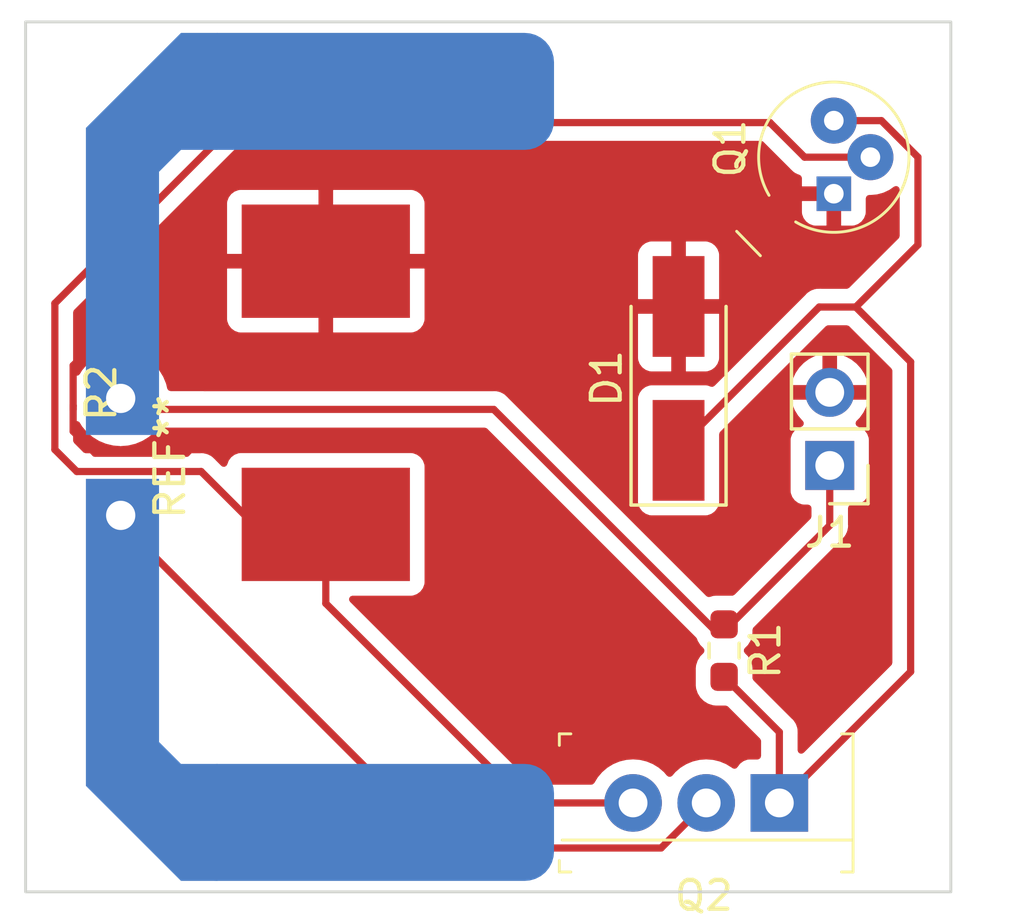
<source format=kicad_pcb>
(kicad_pcb (version 20211014) (generator pcbnew)
  (layers (0 "F.Cu" signal) (31 "B.Cu" signal) (34 "B.Paste" user) (35 "F.Paste" user) (36 "B.SilkS" user "B.Silkscreen") (37 "F.SilkS" user "F.Silkscreen") (38 "B.Mask" user) (39 "F.Mask" user) (44 "Edge.Cuts" user))
  (net 0 "")
  (net 1 "GND")
  (net 2 "Net-(Q1-Pad2)")
  (net 3 "Net-(D1-Pad1)")
  (net 4 "Net-(D2-Pad1)")
  (net 5 "+9VA")
  (footprint "digikey-footprints:TO-18-3" (layer "F.Cu") (at 151.892 92.583 90)
    (fp_text reference "Q1" (at 1.57 -3.6 90) (layer "F.SilkS"))
    (fp_text value "2N2222")
    (fp_line (start -2.155 -2.55) (end -1.305 -3.375) (layer "F.SilkS") (width 0.1))
    (fp_arc (start -0.055522 -2.249693) (mid 3.116581 1.846151) (end -0.98 -1.325) (layer "F.SilkS") (width 0.1))
    (pad "1" thru_hole rect locked (at 0 0 90) (size 1.2 1.2) (drill 0.68) (layers *.Cu *.Mask) (net 1 "GND"))
    (pad "2" thru_hole circle locked (at 1.27 1.27 90) (size 1.6 1.6) (drill 0.68) (layers *.Cu *.Mask) (net 2 "Net-(Q1-Pad2)"))
    (pad "3" thru_hole circle locked (at 2.54 0 90) (size 1.6 1.6) (drill 0.68) (layers *.Cu *.Mask) (net 3 "Net-(D1-Pad1)"))
  )
  (footprint "Diode_SMD:D_SMA_Handsoldering" (layer "F.Cu") (at 146.5 99 90)
    (fp_text reference "D1" (at 0 -2.5 90) (layer "F.SilkS"))
    (fp_text value "1N4733A")
    (fp_line (start -4.4 -1.65) (end -4.4 1.65) (layer "F.SilkS") (width 0.12))
    (fp_line (start -4.4 1.65) (end 2.5 1.65) (layer "F.SilkS") (width 0.12))
    (fp_line (start -4.4 -1.65) (end 2.5 -1.65) (layer "F.SilkS") (width 0.12))
    (pad "1" smd rect locked (at -2.5 0 90) (size 3.5 1.8) (layers "F.Cu" "F.Paste" "F.Mask") (net 3 "Net-(D1-Pad1)"))
    (pad "2" smd rect locked (at 2.5 0 90) (size 3.5 1.8) (layers "F.Cu" "F.Paste" "F.Mask") (net 1 "GND"))
  )
  (footprint "Resistor_SMD:Resistor-WSC000249R90FEB" (layer "F.Cu") (at 134.25 99.5 90)
    (fp_text reference "R2" (at 0 -7.8 90 unlocked) (layer "F.SilkS"))
    (fp_text value "49.9R")
    (pad "1" smd rect (at -4.572 0 90) (size 3.937 5.842) (layers "F.Cu" "F.Paste" "F.Mask") (net 2 "Net-(Q1-Pad2)"))
    (pad "2" smd rect (at 4.572 0 90) (size 3.937 5.842) (layers "F.Cu" "F.Paste" "F.Mask") (net 1 "GND"))
  )
  (footprint "digikey-footprints:TO-220-3" (layer "F.Cu") (at 150 113.75 180)
    (fp_text reference "Q2" (at 2.62 -3.22) (layer "F.SilkS"))
    (fp_text value "FQP27P06")
    (fp_line (start -2.56 2.4) (end -2.16 2.4) (layer "F.SilkS") (width 0.1))
    (fp_line (start 7.64 2.4) (end 7.24 2.4) (layer "F.SilkS") (width 0.1))
    (fp_line (start -2.56 -1.29) (end 7.54 -1.29) (layer "F.SilkS") (width 0.1))
    (fp_line (start -2.56 2.4) (end -2.56 -2) (layer "F.SilkS") (width 0.1))
    (fp_line (start 7.64 -2.4) (end 7.64 -2) (layer "F.SilkS") (width 0.1))
    (fp_line (start -2.56 -2.4) (end -2.56 -2) (layer "F.SilkS") (width 0.1))
    (fp_line (start -2.56 -2.4) (end -2.16 -2.4) (layer "F.SilkS") (width 0.1))
    (fp_line (start 7.24 -2.4) (end 7.64 -2.4) (layer "F.SilkS") (width 0.1))
    (fp_line (start 7.64 2.4) (end 7.64 2) (layer "F.SilkS") (width 0.1))
    (pad "1" thru_hole rect locked (at 0 0 180) (size 2 2) (drill 1) (layers *.Cu *.Mask) (net 3 "Net-(D1-Pad1)"))
    (pad "2" thru_hole circle locked (at 2.54 0 180) (size 2 2) (drill 1) (layers *.Cu *.Mask) (net 4 "Net-(D2-Pad1)"))
    (pad "3" thru_hole circle locked (at 5.08 0 180) (size 2 2) (drill 1) (layers *.Cu *.Mask) (net 2 "Net-(Q1-Pad2)"))
  )
  (footprint "Resistor_SMD:R_0603_1608Metric_Pad0.98x0.95mm_HandSolder" (layer "F.Cu") (at 148.082 108.458 -90)
    (fp_text reference "R1" (at 0 -1.43 90) (layer "F.SilkS"))
    (fp_text value "FQP50N06L")
    (fp_line (start -0.254724 -0.5225) (end 0.254724 -0.5225) (layer "F.SilkS") (width 0.12))
    (fp_line (start -0.254724 0.5225) (end 0.254724 0.5225) (layer "F.SilkS") (width 0.12))
    (pad "1" smd roundrect locked (at -0.9125 0 270) (size 0.975 0.95) (layers "F.Cu" "F.Paste" "F.Mask") (net 5 "+9VA"))
    (pad "2" smd roundrect locked (at 0.9125 0 270) (size 0.975 0.95) (layers "F.Cu" "F.Paste" "F.Mask") (net 3 "Net-(D1-Pad1)"))
  )
  (footprint "Connector_PinHeader_2.54mm:PinHeader_1x02_P2.54mm_Vertical" (layer "F.Cu") (at 151.75 102.025 180)
    (fp_text reference "J1" (at 0 -2.33) (layer "F.SilkS"))
    (fp_text value "Conn_01x02_Male")
    (fp_line (start 1.33 1.27) (end 1.33 3.87) (layer "F.SilkS") (width 0.12))
    (fp_line (start -1.33 0) (end -1.33 -1.33) (layer "F.SilkS") (width 0.12))
    (fp_line (start -1.33 3.87) (end 1.33 3.87) (layer "F.SilkS") (width 0.12))
    (fp_line (start -1.33 1.27) (end -1.33 3.87) (layer "F.SilkS") (width 0.12))
    (fp_line (start -1.33 -1.33) (end 0 -1.33) (layer "F.SilkS") (width 0.12))
    (fp_line (start -1.33 1.27) (end 1.33 1.27) (layer "F.SilkS") (width 0.12))
    (pad "1" thru_hole rect locked (at 0 0 180) (size 1.7 1.7) (drill 1) (layers *.Cu *.Mask) (net 5 "+9VA"))
    (pad "2" thru_hole oval locked (at 0 2.54 180) (size 1.7 1.7) (drill 1) (layers *.Cu *.Mask) (net 1 "GND"))
  )
  (footprint "LED_THT:Chanzon_LED" (layer "F.Cu") (at 139.126999 101.727 90)
    (fp_text reference "REF**" (at 0 -10.287 90 unlocked) (layer "F.SilkS"))
    (fp_text value "Chanzon_LED")
    (fp_poly (pts (xy 0.762 -10.668) (xy 9.906 -10.668) (xy 10.668 -9.906) (xy 10.668 -8.636) (xy 14.732 -8.636) (xy 14.732 -9.906) (xy 11.43 -13.208) (xy 0.762 -13.208)) (layer "B.Cu") (width 0) (fill solid))
    (fp_poly (pts (xy -0.762 -10.668) (xy -9.906 -10.668) (xy -10.668 -9.906) (xy -10.668 -8.636) (xy -14.732 -8.636) (xy -14.732 -9.906) (xy -11.43 -13.208) (xy -0.762 -13.208)) (layer "B.Cu") (width 0) (fill solid))
    (pad "1" thru_hole circle (at 2.032 -11.999999) (size 2.286 2.286) (drill 1.016) (layers *.Cu *.Mask) (net 5 "+9VA"))
    (pad "1" smd roundrect (at 12.7 -3.301998 270) (size 4.064 12.7) (layers "B.Cu" "B.Paste" "B.Mask") (net 5 "+9VA"))
    (pad "2" smd roundrect (at -12.7 -3.301998 270) (size 4.064 12.7) (layers "B.Cu" "B.Paste" "B.Mask") (net 4 "Net-(D2-Pad1)"))
    (pad "2" thru_hole circle (at -2.032 -11.999999) (size 2.286 2.286) (drill 1.016) (layers *.Cu *.Mask) (net 4 "Net-(D2-Pad1)"))
  )
  (gr_rect (start 123.825 86.614) (end 155.956 116.84) (layer "Edge.Cuts") (width 0.1) (fill none))
  (segment (start 125.476 98.552) (end 125.476 99.949) (width 0.25) (layer "F.Cu") (net 1))
  (segment (start 125.476 99.949) (end 125.476 100.076) (width 0.25) (layer "F.Cu") (net 1))
  (segment (start 126.238 101.6) (end 128.651 101.6) (width 0.25) (layer "F.Cu") (net 1))
  (segment (start 129.413 101.6) (end 129.54 101.473) (width 0.25) (layer "F.Cu") (net 1))
  (segment (start 125.476 99.949) (end 125.476 100.838) (width 0.25) (layer "F.Cu") (net 1))
  (segment (start 143.276 96.5) (end 140.462 99.314) (width 0.25) (layer "F.Cu") (net 1))
  (segment (start 130.048 99.314) (end 128.524 97.79) (width 0.25) (layer "F.Cu") (net 1))
  (segment (start 125.476 100.838) (end 125.857 101.219) (width 0.25) (layer "F.Cu") (net 1))
  (segment (start 146.5 96.5) (end 143.276 96.5) (width 0.25) (layer "F.Cu") (net 1))
  (segment (start 128.524 97.79) (end 126.238 97.79) (width 0.25) (layer "F.Cu") (net 1))
  (segment (start 126.238 97.79) (end 125.476 98.552) (width 0.25) (layer "F.Cu") (net 1))
  (segment (start 125.857 101.219) (end 126.238 101.6) (width 0.25) (layer "F.Cu") (net 1))
  (segment (start 140.462 99.314) (end 130.048 99.314) (width 0.25) (layer "F.Cu") (net 1))
  (segment (start 128.651 101.6) (end 129.413 101.6) (width 0.25) (layer "F.Cu") (net 1))
  (segment (start 150.876 91.313) (end 153.162 91.313) (width 0.25) (layer "F.Cu") (net 2))
  (segment (start 124.841 96.393) (end 124.841 101.473) (width 0.25) (layer "F.Cu") (net 2))
  (segment (start 125.603 102.235) (end 129.921 102.235) (width 0.25) (layer "F.Cu") (net 2))
  (segment (start 131.758 104.072) (end 134.25 104.072) (width 0.25) (layer "F.Cu") (net 2))
  (segment (start 150.876 91.313) (end 149.675 90.112) (width 0.25) (layer "F.Cu") (net 2))
  (segment (start 129.921 102.235) (end 131.758 104.072) (width 0.25) (layer "F.Cu") (net 2))
  (segment (start 134.25 106.818) (end 141.182 113.75) (width 0.25) (layer "F.Cu") (net 2))
  (segment (start 131.122 90.112) (end 124.841 96.393) (width 0.25) (layer "F.Cu") (net 2))
  (segment (start 141.182 113.75) (end 144.92 113.75) (width 0.25) (layer "F.Cu") (net 2))
  (segment (start 124.841 101.473) (end 125.603 102.235) (width 0.25) (layer "F.Cu") (net 2))
  (segment (start 134.25 104.072) (end 134.25 106.818) (width 0.25) (layer "F.Cu") (net 2))
  (segment (start 149.675 90.112) (end 131.122 90.112) (width 0.25) (layer "F.Cu") (net 2))
  (segment (start 151.892 90.043) (end 153.543 90.043) (width 0.25) (layer "F.Cu") (net 3))
  (segment (start 152.654 96.52) (end 154.559 98.425) (width 0.25) (layer "F.Cu") (net 3))
  (segment (start 150 113.75) (end 150 111.2885) (width 0.25) (layer "F.Cu") (net 3))
  (segment (start 151.384 96.52) (end 152.654 96.52) (width 0.25) (layer "F.Cu") (net 3))
  (segment (start 153.543 90.043) (end 154.813 91.313) (width 0.25) (layer "F.Cu") (net 3))
  (segment (start 154.813 94.361) (end 154.813 91.313) (width 0.25) (layer "F.Cu") (net 3))
  (segment (start 150 111.2885) (end 148.082 109.3705) (width 0.25) (layer "F.Cu") (net 3))
  (segment (start 146.5 101.404) (end 151.384 96.52) (width 0.25) (layer "F.Cu") (net 3))
  (segment (start 152.654 96.52) (end 154.813 94.361) (width 0.25) (layer "F.Cu") (net 3))
  (segment (start 154.559 109.191) (end 150 113.75) (width 0.25) (layer "F.Cu") (net 3))
  (segment (start 154.559 98.425) (end 154.559 109.191) (width 0.25) (layer "F.Cu") (net 3))
  (segment (start 146.5 101.5) (end 146.5 101.404) (width 0.25) (layer "F.Cu") (net 3))
  (segment (start 127.127 104.013) (end 127.127 103.759) (width 0.25) (layer "F.Cu") (net 4))
  (segment (start 145.894 115.316) (end 138.43 115.316) (width 0.25) (layer "F.Cu") (net 4))
  (segment (start 147.46 113.75) (end 145.894 115.316) (width 0.25) (layer "F.Cu") (net 4))
  (segment (start 138.43 115.316) (end 127.127 104.013) (width 0.25) (layer "F.Cu") (net 4))
  (segment (start 127.127 111.887) (end 129.667 114.427) (width 0.25) (layer "B.Cu") (net 4))
  (segment (start 129.667 114.427) (end 135.825001 114.427) (width 0.25) (layer "B.Cu") (net 4))
  (segment (start 127.127 103.759) (end 127.127 111.887) (width 0.25) (layer "B.Cu") (net 4))
  (segment (start 127.616 100.076) (end 127.25 99.71) (width 0.25) (layer "F.Cu") (net 5))
  (segment (start 148.1625 107.696) (end 147.701 107.696) (width 0.25) (layer "F.Cu") (net 5))
  (segment (start 140.081 100.076) (end 127.616 100.076) (width 0.25) (layer "F.Cu") (net 5))
  (segment (start 151.75 102.025) (end 151.75 104.1085) (width 0.25) (layer "F.Cu") (net 5))
  (segment (start 147.701 107.696) (end 140.081 100.076) (width 0.25) (layer "F.Cu") (net 5))
  (segment (start 151.75 104.1085) (end 148.1625 107.696) (width 0.25) (layer "F.Cu") (net 5))
  (segment (start 127.127 90.805) (end 128.905 89.027) (width 0.25) (layer "B.Cu") (net 5))
  (segment (start 128.905 89.027) (end 135.825001 89.027) (width 0.25) (layer "B.Cu") (net 5))
  (segment (start 127.127 99.695) (end 127.127 90.805) (width 0.25) (layer "B.Cu") (net 5))
  (zone (net 1) (net_name "GND") (layer "F.Cu") (connect_pads (clearance 0.508)) (min_thickness 0.254) (fill yes (thermal_gap 0.508) (thermal_bridge_width 0.508))
    (polygon (pts (xy 157.607 117.856) (xy 122.936 117.856) (xy 122.936 85.852) (xy 157.607 85.852)))
  )
)
</source>
